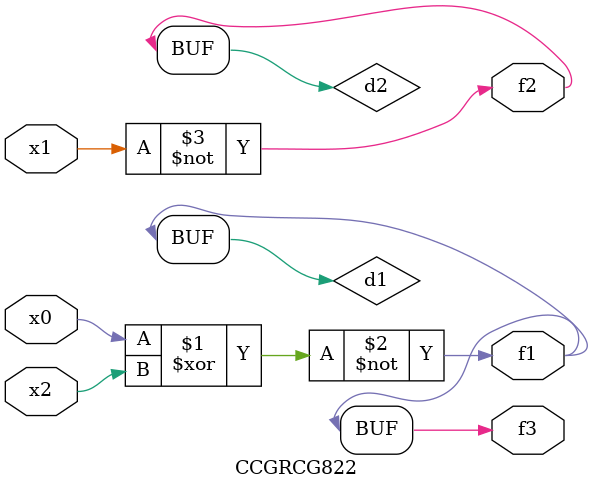
<source format=v>
module CCGRCG822(
	input x0, x1, x2,
	output f1, f2, f3
);

	wire d1, d2, d3;

	xnor (d1, x0, x2);
	nand (d2, x1);
	nor (d3, x1, x2);
	assign f1 = d1;
	assign f2 = d2;
	assign f3 = d1;
endmodule

</source>
